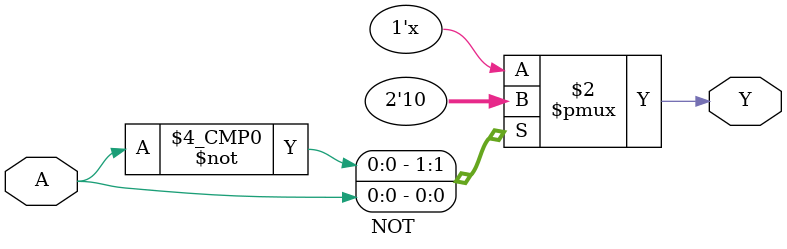
<source format=v>
module NOT(Y,A);

input A;
output Y;
reg Y;

always @(A)
case(A)
1'b0 : Y <=1'b1;
1'b1 : Y <=1'b0;
endcase

endmodule

</source>
